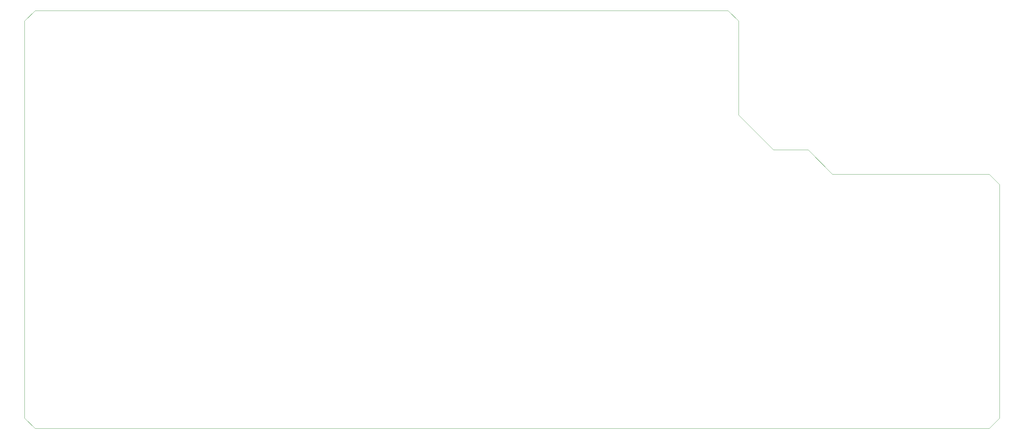
<source format=gm1>
G04 #@! TF.FileFunction,Profile,NP*
%FSLAX46Y46*%
G04 Gerber Fmt 4.6, Leading zero omitted, Abs format (unit mm)*
G04 Created by KiCad (PCBNEW 4.0.7+dfsg1-1) date Sat Dec  2 13:30:58 2017*
%MOMM*%
%LPD*%
G01*
G04 APERTURE LIST*
%ADD10C,0.100000*%
G04 APERTURE END LIST*
D10*
X347000000Y-220000000D02*
X350000000Y-217000000D01*
X70000000Y-217000000D02*
X73000000Y-220000000D01*
X70000000Y-103000000D02*
X73000000Y-100000000D01*
X347000000Y-147000000D02*
X350000000Y-150000000D01*
X272000000Y-100000000D02*
X275000000Y-103000000D01*
X275000000Y-130000000D02*
X285000000Y-140000000D01*
X302000000Y-147000000D02*
X347000000Y-147000000D01*
X295000000Y-140000000D02*
X302000000Y-147000000D01*
X285000000Y-140000000D02*
X295000000Y-140000000D01*
X275000000Y-103000000D02*
X275000000Y-130000000D01*
X70000000Y-103000000D02*
X70000000Y-217000000D01*
X272000000Y-100000000D02*
X73000000Y-100000000D01*
X350000000Y-217000000D02*
X350000000Y-150000000D01*
X73000000Y-220000000D02*
X347000000Y-220000000D01*
M02*

</source>
